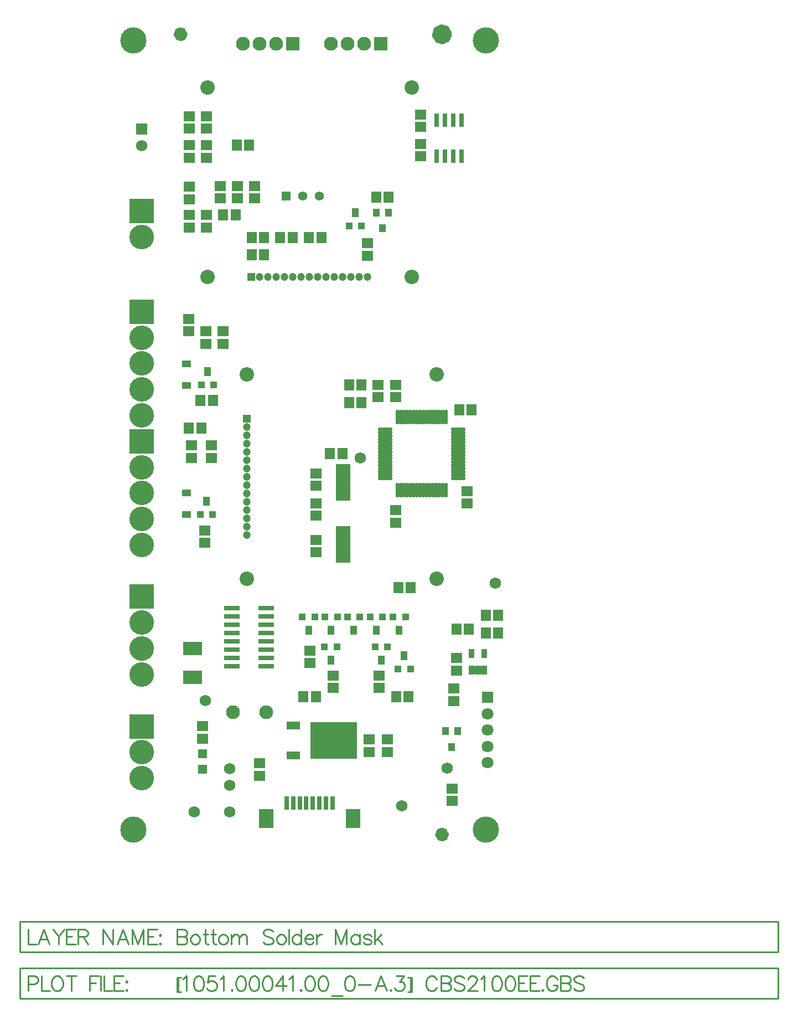
<source format=gbs>
G04 Layer_Color=16711935*
%FSLAX24Y24*%
%MOIN*%
G70*
G01*
G75*
%ADD10C,0.0100*%
%ADD53R,0.1480X0.1480*%
%ADD54C,0.1480*%
%ADD55R,0.0474X0.0474*%
%ADD56C,0.0474*%
%ADD57C,0.0867*%
%ADD58R,0.0474X0.0474*%
%ADD59C,0.0680*%
%ADD60C,0.0830*%
%ADD61R,0.0830X0.0830*%
%ADD62R,0.0680X0.0680*%
%ADD63R,0.0552X0.0552*%
%ADD64C,0.0552*%
%ADD65C,0.1580*%
%ADD66R,0.0710X0.0710*%
%ADD67C,0.0710*%
%ADD68C,0.0440*%
%ADD69C,0.0800*%
%ADD70R,0.1050X0.0500*%
%ADD71R,0.0560X0.0440*%
%ADD72R,0.0592X0.0671*%
%ADD73R,0.0336X0.0533*%
%ADD74R,0.0671X0.0592*%
%ADD75R,0.0434X0.0454*%
%ADD76R,0.0434X0.0454*%
%ADD77R,0.0440X0.0580*%
%ADD78R,0.0440X0.0440*%
%ADD79R,0.0316X0.0828*%
%ADD80R,0.0907X0.1182*%
%ADD81R,0.0316X0.0808*%
%ADD82R,0.0828X0.0454*%
%ADD83R,0.2797X0.2245*%
%ADD84R,0.0580X0.0580*%
%ADD85R,0.0946X0.0297*%
%ADD86R,0.1143X0.0789*%
%ADD87R,0.0867X0.2245*%
%ADD88O,0.0198X0.0907*%
%ADD89O,0.0907X0.0198*%
D10*
X-4952Y-6455D02*
X40728D01*
X-4952Y-8305D02*
Y-6455D01*
Y-8305D02*
X40728D01*
Y-6455D01*
Y-5505D02*
Y-3655D01*
X-4952Y-5505D02*
X40728D01*
X-4952D02*
Y-3655D01*
X40728D01*
X4528Y-7021D02*
Y-7878D01*
X4570Y-7021D02*
Y-7878D01*
X4528Y-7021D02*
X4742D01*
X4528Y-7878D02*
X4742D01*
X4857Y-7107D02*
X4943Y-7064D01*
X5072Y-6935D01*
Y-7835D01*
X5774Y-6935D02*
X5646Y-6978D01*
X5560Y-7107D01*
X5517Y-7321D01*
Y-7449D01*
X5560Y-7664D01*
X5646Y-7792D01*
X5774Y-7835D01*
X5860D01*
X5989Y-7792D01*
X6074Y-7664D01*
X6117Y-7449D01*
Y-7321D01*
X6074Y-7107D01*
X5989Y-6978D01*
X5860Y-6935D01*
X5774D01*
X6833D02*
X6404D01*
X6361Y-7321D01*
X6404Y-7278D01*
X6533Y-7235D01*
X6661D01*
X6790Y-7278D01*
X6876Y-7364D01*
X6918Y-7492D01*
Y-7578D01*
X6876Y-7706D01*
X6790Y-7792D01*
X6661Y-7835D01*
X6533D01*
X6404Y-7792D01*
X6361Y-7749D01*
X6319Y-7664D01*
X7120Y-7107D02*
X7206Y-7064D01*
X7334Y-6935D01*
Y-7835D01*
X7823Y-7749D02*
X7780Y-7792D01*
X7823Y-7835D01*
X7865Y-7792D01*
X7823Y-7749D01*
X8320Y-6935D02*
X8191Y-6978D01*
X8105Y-7107D01*
X8063Y-7321D01*
Y-7449D01*
X8105Y-7664D01*
X8191Y-7792D01*
X8320Y-7835D01*
X8405D01*
X8534Y-7792D01*
X8620Y-7664D01*
X8662Y-7449D01*
Y-7321D01*
X8620Y-7107D01*
X8534Y-6978D01*
X8405Y-6935D01*
X8320D01*
X9121D02*
X8992Y-6978D01*
X8907Y-7107D01*
X8864Y-7321D01*
Y-7449D01*
X8907Y-7664D01*
X8992Y-7792D01*
X9121Y-7835D01*
X9207D01*
X9335Y-7792D01*
X9421Y-7664D01*
X9464Y-7449D01*
Y-7321D01*
X9421Y-7107D01*
X9335Y-6978D01*
X9207Y-6935D01*
X9121D01*
X9922D02*
X9794Y-6978D01*
X9708Y-7107D01*
X9665Y-7321D01*
Y-7449D01*
X9708Y-7664D01*
X9794Y-7792D01*
X9922Y-7835D01*
X10008D01*
X10136Y-7792D01*
X10222Y-7664D01*
X10265Y-7449D01*
Y-7321D01*
X10222Y-7107D01*
X10136Y-6978D01*
X10008Y-6935D01*
X9922D01*
X10895D02*
X10466Y-7535D01*
X11109D01*
X10895Y-6935D02*
Y-7835D01*
X11268Y-7107D02*
X11353Y-7064D01*
X11482Y-6935D01*
Y-7835D01*
X11970Y-7749D02*
X11927Y-7792D01*
X11970Y-7835D01*
X12013Y-7792D01*
X11970Y-7749D01*
X12467Y-6935D02*
X12339Y-6978D01*
X12253Y-7107D01*
X12210Y-7321D01*
Y-7449D01*
X12253Y-7664D01*
X12339Y-7792D01*
X12467Y-7835D01*
X12553D01*
X12682Y-7792D01*
X12767Y-7664D01*
X12810Y-7449D01*
Y-7321D01*
X12767Y-7107D01*
X12682Y-6978D01*
X12553Y-6935D01*
X12467D01*
X13269D02*
X13140Y-6978D01*
X13054Y-7107D01*
X13011Y-7321D01*
Y-7449D01*
X13054Y-7664D01*
X13140Y-7792D01*
X13269Y-7835D01*
X13354D01*
X13483Y-7792D01*
X13568Y-7664D01*
X13611Y-7449D01*
Y-7321D01*
X13568Y-7107D01*
X13483Y-6978D01*
X13354Y-6935D01*
X13269D01*
X13813Y-8135D02*
X14498D01*
X14871Y-6935D02*
X14743Y-6978D01*
X14657Y-7107D01*
X14614Y-7321D01*
Y-7449D01*
X14657Y-7664D01*
X14743Y-7792D01*
X14871Y-7835D01*
X14957D01*
X15085Y-7792D01*
X15171Y-7664D01*
X15214Y-7449D01*
Y-7321D01*
X15171Y-7107D01*
X15085Y-6978D01*
X14957Y-6935D01*
X14871D01*
X15415Y-7449D02*
X16186D01*
X17138Y-7835D02*
X16795Y-6935D01*
X16452Y-7835D01*
X16581Y-7535D02*
X17009D01*
X17391Y-7749D02*
X17348Y-7792D01*
X17391Y-7835D01*
X17433Y-7792D01*
X17391Y-7749D01*
X17716Y-6935D02*
X18187D01*
X17930Y-7278D01*
X18059D01*
X18145Y-7321D01*
X18187Y-7364D01*
X18230Y-7492D01*
Y-7578D01*
X18187Y-7706D01*
X18102Y-7792D01*
X17973Y-7835D01*
X17845D01*
X17716Y-7792D01*
X17673Y-7749D01*
X17630Y-7664D01*
X18603Y-7021D02*
Y-7878D01*
X18646Y-7021D02*
Y-7878D01*
X18432Y-7021D02*
X18646D01*
X18432Y-7878D02*
X18646D01*
X20159Y-7149D02*
X20116Y-7064D01*
X20030Y-6978D01*
X19944Y-6935D01*
X19773D01*
X19687Y-6978D01*
X19601Y-7064D01*
X19559Y-7149D01*
X19516Y-7278D01*
Y-7492D01*
X19559Y-7621D01*
X19601Y-7706D01*
X19687Y-7792D01*
X19773Y-7835D01*
X19944D01*
X20030Y-7792D01*
X20116Y-7706D01*
X20159Y-7621D01*
X20411Y-6935D02*
Y-7835D01*
Y-6935D02*
X20797D01*
X20925Y-6978D01*
X20968Y-7021D01*
X21011Y-7107D01*
Y-7192D01*
X20968Y-7278D01*
X20925Y-7321D01*
X20797Y-7364D01*
X20411D02*
X20797D01*
X20925Y-7407D01*
X20968Y-7449D01*
X21011Y-7535D01*
Y-7664D01*
X20968Y-7749D01*
X20925Y-7792D01*
X20797Y-7835D01*
X20411D01*
X21812Y-7064D02*
X21727Y-6978D01*
X21598Y-6935D01*
X21427D01*
X21298Y-6978D01*
X21213Y-7064D01*
Y-7149D01*
X21255Y-7235D01*
X21298Y-7278D01*
X21384Y-7321D01*
X21641Y-7407D01*
X21727Y-7449D01*
X21770Y-7492D01*
X21812Y-7578D01*
Y-7706D01*
X21727Y-7792D01*
X21598Y-7835D01*
X21427D01*
X21298Y-7792D01*
X21213Y-7706D01*
X22057Y-7149D02*
Y-7107D01*
X22100Y-7021D01*
X22142Y-6978D01*
X22228Y-6935D01*
X22399D01*
X22485Y-6978D01*
X22528Y-7021D01*
X22571Y-7107D01*
Y-7192D01*
X22528Y-7278D01*
X22442Y-7407D01*
X22014Y-7835D01*
X22614D01*
X22815Y-7107D02*
X22901Y-7064D01*
X23029Y-6935D01*
Y-7835D01*
X23732Y-6935D02*
X23603Y-6978D01*
X23518Y-7107D01*
X23475Y-7321D01*
Y-7449D01*
X23518Y-7664D01*
X23603Y-7792D01*
X23732Y-7835D01*
X23818D01*
X23946Y-7792D01*
X24032Y-7664D01*
X24075Y-7449D01*
Y-7321D01*
X24032Y-7107D01*
X23946Y-6978D01*
X23818Y-6935D01*
X23732D01*
X24533D02*
X24405Y-6978D01*
X24319Y-7107D01*
X24276Y-7321D01*
Y-7449D01*
X24319Y-7664D01*
X24405Y-7792D01*
X24533Y-7835D01*
X24619D01*
X24748Y-7792D01*
X24833Y-7664D01*
X24876Y-7449D01*
Y-7321D01*
X24833Y-7107D01*
X24748Y-6978D01*
X24619Y-6935D01*
X24533D01*
X25634D02*
X25077D01*
Y-7835D01*
X25634D01*
X25077Y-7364D02*
X25420D01*
X26341Y-6935D02*
X25784D01*
Y-7835D01*
X26341D01*
X25784Y-7364D02*
X26127D01*
X26534Y-7749D02*
X26491Y-7792D01*
X26534Y-7835D01*
X26577Y-7792D01*
X26534Y-7749D01*
X27417Y-7149D02*
X27374Y-7064D01*
X27288Y-6978D01*
X27203Y-6935D01*
X27031D01*
X26946Y-6978D01*
X26860Y-7064D01*
X26817Y-7149D01*
X26774Y-7278D01*
Y-7492D01*
X26817Y-7621D01*
X26860Y-7706D01*
X26946Y-7792D01*
X27031Y-7835D01*
X27203D01*
X27288Y-7792D01*
X27374Y-7706D01*
X27417Y-7621D01*
Y-7492D01*
X27203D02*
X27417D01*
X27623Y-6935D02*
Y-7835D01*
Y-6935D02*
X28008D01*
X28137Y-6978D01*
X28180Y-7021D01*
X28222Y-7107D01*
Y-7192D01*
X28180Y-7278D01*
X28137Y-7321D01*
X28008Y-7364D01*
X27623D02*
X28008D01*
X28137Y-7407D01*
X28180Y-7449D01*
X28222Y-7535D01*
Y-7664D01*
X28180Y-7749D01*
X28137Y-7792D01*
X28008Y-7835D01*
X27623D01*
X29024Y-7064D02*
X28938Y-6978D01*
X28809Y-6935D01*
X28638D01*
X28510Y-6978D01*
X28424Y-7064D01*
Y-7149D01*
X28467Y-7235D01*
X28510Y-7278D01*
X28595Y-7321D01*
X28852Y-7407D01*
X28938Y-7449D01*
X28981Y-7492D01*
X29024Y-7578D01*
Y-7706D01*
X28938Y-7792D01*
X28809Y-7835D01*
X28638D01*
X28510Y-7792D01*
X28424Y-7706D01*
X-4462Y-7407D02*
X-4077D01*
X-3948Y-7364D01*
X-3905Y-7321D01*
X-3863Y-7235D01*
Y-7107D01*
X-3905Y-7021D01*
X-3948Y-6978D01*
X-4077Y-6935D01*
X-4462D01*
Y-7835D01*
X-3661Y-6935D02*
Y-7835D01*
X-3147D01*
X-2791Y-6935D02*
X-2877Y-6978D01*
X-2963Y-7064D01*
X-3006Y-7149D01*
X-3048Y-7278D01*
Y-7492D01*
X-3006Y-7621D01*
X-2963Y-7706D01*
X-2877Y-7792D01*
X-2791Y-7835D01*
X-2620D01*
X-2534Y-7792D01*
X-2449Y-7706D01*
X-2406Y-7621D01*
X-2363Y-7492D01*
Y-7278D01*
X-2406Y-7149D01*
X-2449Y-7064D01*
X-2534Y-6978D01*
X-2620Y-6935D01*
X-2791D01*
X-1853D02*
Y-7835D01*
X-2153Y-6935D02*
X-1553D01*
X-739D02*
Y-7835D01*
Y-6935D02*
X-182D01*
X-739Y-7364D02*
X-396D01*
X-79Y-6935D02*
Y-7835D01*
X109Y-6935D02*
Y-7835D01*
X624D01*
X1279Y-6935D02*
X722D01*
Y-7835D01*
X1279D01*
X722Y-7364D02*
X1065D01*
X1472Y-7235D02*
X1429Y-7278D01*
X1472Y-7321D01*
X1515Y-7278D01*
X1472Y-7235D01*
Y-7749D02*
X1429Y-7792D01*
X1472Y-7835D01*
X1515Y-7792D01*
X1472Y-7749D01*
X-4462Y-4135D02*
Y-5035D01*
X-3948D01*
X-3164D02*
X-3507Y-4135D01*
X-3850Y-5035D01*
X-3721Y-4735D02*
X-3293D01*
X-2954Y-4135D02*
X-2611Y-4564D01*
Y-5035D01*
X-2269Y-4135D02*
X-2611Y-4564D01*
X-1596Y-4135D02*
X-2153D01*
Y-5035D01*
X-1596D01*
X-2153Y-4564D02*
X-1810D01*
X-1446Y-4135D02*
Y-5035D01*
Y-4135D02*
X-1060D01*
X-932Y-4178D01*
X-889Y-4221D01*
X-846Y-4307D01*
Y-4392D01*
X-889Y-4478D01*
X-932Y-4521D01*
X-1060Y-4564D01*
X-1446D01*
X-1146D02*
X-846Y-5035D01*
X62Y-4135D02*
Y-5035D01*
Y-4135D02*
X662Y-5035D01*
Y-4135D02*
Y-5035D01*
X1596D02*
X1253Y-4135D01*
X911Y-5035D01*
X1039Y-4735D02*
X1468D01*
X1806Y-4135D02*
Y-5035D01*
Y-4135D02*
X2149Y-5035D01*
X2492Y-4135D02*
X2149Y-5035D01*
X2492Y-4135D02*
Y-5035D01*
X3306Y-4135D02*
X2749D01*
Y-5035D01*
X3306D01*
X2749Y-4564D02*
X3092D01*
X3499Y-4435D02*
X3456Y-4478D01*
X3499Y-4521D01*
X3542Y-4478D01*
X3499Y-4435D01*
Y-4949D02*
X3456Y-4992D01*
X3499Y-5035D01*
X3542Y-4992D01*
X3499Y-4949D01*
X4528Y-4135D02*
Y-5035D01*
Y-4135D02*
X4913D01*
X5042Y-4178D01*
X5085Y-4221D01*
X5127Y-4307D01*
Y-4392D01*
X5085Y-4478D01*
X5042Y-4521D01*
X4913Y-4564D01*
X4528D02*
X4913D01*
X5042Y-4607D01*
X5085Y-4649D01*
X5127Y-4735D01*
Y-4864D01*
X5085Y-4949D01*
X5042Y-4992D01*
X4913Y-5035D01*
X4528D01*
X5543Y-4435D02*
X5457Y-4478D01*
X5372Y-4564D01*
X5329Y-4692D01*
Y-4778D01*
X5372Y-4906D01*
X5457Y-4992D01*
X5543Y-5035D01*
X5672D01*
X5757Y-4992D01*
X5843Y-4906D01*
X5886Y-4778D01*
Y-4692D01*
X5843Y-4564D01*
X5757Y-4478D01*
X5672Y-4435D01*
X5543D01*
X6211Y-4135D02*
Y-4864D01*
X6254Y-4992D01*
X6340Y-5035D01*
X6426D01*
X6083Y-4435D02*
X6383D01*
X6683Y-4135D02*
Y-4864D01*
X6726Y-4992D01*
X6811Y-5035D01*
X6897D01*
X6554Y-4435D02*
X6854D01*
X7240D02*
X7154Y-4478D01*
X7068Y-4564D01*
X7026Y-4692D01*
Y-4778D01*
X7068Y-4906D01*
X7154Y-4992D01*
X7240Y-5035D01*
X7368D01*
X7454Y-4992D01*
X7540Y-4906D01*
X7583Y-4778D01*
Y-4692D01*
X7540Y-4564D01*
X7454Y-4478D01*
X7368Y-4435D01*
X7240D01*
X7780D02*
Y-5035D01*
Y-4607D02*
X7908Y-4478D01*
X7994Y-4435D01*
X8123D01*
X8208Y-4478D01*
X8251Y-4607D01*
Y-5035D01*
Y-4607D02*
X8380Y-4478D01*
X8465Y-4435D01*
X8594D01*
X8680Y-4478D01*
X8722Y-4607D01*
Y-5035D01*
X10312Y-4264D02*
X10226Y-4178D01*
X10098Y-4135D01*
X9926D01*
X9798Y-4178D01*
X9712Y-4264D01*
Y-4349D01*
X9755Y-4435D01*
X9798Y-4478D01*
X9884Y-4521D01*
X10141Y-4607D01*
X10226Y-4649D01*
X10269Y-4692D01*
X10312Y-4778D01*
Y-4906D01*
X10226Y-4992D01*
X10098Y-5035D01*
X9926D01*
X9798Y-4992D01*
X9712Y-4906D01*
X10728Y-4435D02*
X10642Y-4478D01*
X10556Y-4564D01*
X10513Y-4692D01*
Y-4778D01*
X10556Y-4906D01*
X10642Y-4992D01*
X10728Y-5035D01*
X10856D01*
X10942Y-4992D01*
X11028Y-4906D01*
X11070Y-4778D01*
Y-4692D01*
X11028Y-4564D01*
X10942Y-4478D01*
X10856Y-4435D01*
X10728D01*
X11268Y-4135D02*
Y-5035D01*
X11970Y-4135D02*
Y-5035D01*
Y-4564D02*
X11885Y-4478D01*
X11799Y-4435D01*
X11670D01*
X11585Y-4478D01*
X11499Y-4564D01*
X11456Y-4692D01*
Y-4778D01*
X11499Y-4906D01*
X11585Y-4992D01*
X11670Y-5035D01*
X11799D01*
X11885Y-4992D01*
X11970Y-4906D01*
X12210Y-4692D02*
X12724D01*
Y-4607D01*
X12682Y-4521D01*
X12639Y-4478D01*
X12553Y-4435D01*
X12424D01*
X12339Y-4478D01*
X12253Y-4564D01*
X12210Y-4692D01*
Y-4778D01*
X12253Y-4906D01*
X12339Y-4992D01*
X12424Y-5035D01*
X12553D01*
X12639Y-4992D01*
X12724Y-4906D01*
X12917Y-4435D02*
Y-5035D01*
Y-4692D02*
X12960Y-4564D01*
X13046Y-4478D01*
X13131Y-4435D01*
X13260D01*
X14048Y-4135D02*
Y-5035D01*
Y-4135D02*
X14391Y-5035D01*
X14734Y-4135D02*
X14391Y-5035D01*
X14734Y-4135D02*
Y-5035D01*
X15505Y-4435D02*
Y-5035D01*
Y-4564D02*
X15420Y-4478D01*
X15334Y-4435D01*
X15205D01*
X15120Y-4478D01*
X15034Y-4564D01*
X14991Y-4692D01*
Y-4778D01*
X15034Y-4906D01*
X15120Y-4992D01*
X15205Y-5035D01*
X15334D01*
X15420Y-4992D01*
X15505Y-4906D01*
X16216Y-4564D02*
X16174Y-4478D01*
X16045Y-4435D01*
X15917D01*
X15788Y-4478D01*
X15745Y-4564D01*
X15788Y-4649D01*
X15874Y-4692D01*
X16088Y-4735D01*
X16174Y-4778D01*
X16216Y-4864D01*
Y-4906D01*
X16174Y-4992D01*
X16045Y-5035D01*
X15917D01*
X15788Y-4992D01*
X15745Y-4906D01*
X16405Y-4135D02*
Y-5035D01*
X16833Y-4435D02*
X16405Y-4864D01*
X16576Y-4692D02*
X16876Y-5035D01*
D53*
X2400Y33047D02*
D03*
Y25252D02*
D03*
Y39100D02*
D03*
Y15898D02*
D03*
Y8087D02*
D03*
D54*
Y31488D02*
D03*
Y29929D02*
D03*
Y28370D02*
D03*
Y26811D02*
D03*
Y23693D02*
D03*
Y22134D02*
D03*
Y20575D02*
D03*
Y19016D02*
D03*
Y37541D02*
D03*
Y14339D02*
D03*
Y12780D02*
D03*
Y11220D02*
D03*
Y4969D02*
D03*
Y6528D02*
D03*
D55*
X8734Y26622D02*
D03*
D56*
Y26122D02*
D03*
Y25622D02*
D03*
Y25122D02*
D03*
Y24622D02*
D03*
Y24122D02*
D03*
Y23622D02*
D03*
Y23122D02*
D03*
Y22622D02*
D03*
Y22122D02*
D03*
Y21622D02*
D03*
Y21122D02*
D03*
Y20622D02*
D03*
Y20122D02*
D03*
Y19622D02*
D03*
X9500Y35135D02*
D03*
X10000D02*
D03*
X10500D02*
D03*
X11000D02*
D03*
X11500D02*
D03*
X12000D02*
D03*
X12500D02*
D03*
X13000D02*
D03*
X13500D02*
D03*
X14000D02*
D03*
X14500D02*
D03*
X15000D02*
D03*
X15500D02*
D03*
X16000D02*
D03*
D57*
X20147Y29263D02*
D03*
X8730D02*
D03*
X20147Y16980D02*
D03*
X8730D02*
D03*
X6358Y46549D02*
D03*
Y35131D02*
D03*
X18642Y46549D02*
D03*
Y35131D02*
D03*
D58*
X9000Y35135D02*
D03*
D59*
X23688Y16699D02*
D03*
X20788Y5569D02*
D03*
X15538Y24239D02*
D03*
X6228Y9659D02*
D03*
X7670Y4560D02*
D03*
Y5560D02*
D03*
X2400Y43051D02*
D03*
X5561Y2958D02*
D03*
X7671D02*
D03*
X18041Y3318D02*
D03*
D60*
X7900Y8930D02*
D03*
X9900D02*
D03*
X15790Y49180D02*
D03*
X14790D02*
D03*
X13790D02*
D03*
X10500D02*
D03*
X9500D02*
D03*
X8500D02*
D03*
D61*
X16790D02*
D03*
X11500D02*
D03*
D62*
X2400Y44051D02*
D03*
D63*
X11080Y40010D02*
D03*
D64*
X12080D02*
D03*
X13080D02*
D03*
D65*
X23120Y49370D02*
D03*
Y1880D02*
D03*
X1880D02*
D03*
Y49370D02*
D03*
D66*
X23228Y9843D02*
D03*
D67*
Y8858D02*
D03*
Y7874D02*
D03*
Y6890D02*
D03*
Y5906D02*
D03*
D68*
X4928Y49748D02*
G03*
X4928Y49748I-200J0D01*
G01*
X20676Y1579D02*
G03*
X20676Y1579I-200J0D01*
G01*
D69*
X20672Y49744D02*
G03*
X20672Y49744I-200J0D01*
G01*
D70*
X22665Y11470D02*
D03*
D71*
X5100Y20855D02*
D03*
Y22145D02*
D03*
Y28605D02*
D03*
Y29895D02*
D03*
D72*
X23854Y14780D02*
D03*
X23106D02*
D03*
X21346Y13930D02*
D03*
X22094D02*
D03*
X23854Y13700D02*
D03*
X23106D02*
D03*
X12884Y9880D02*
D03*
X12136D02*
D03*
X17716D02*
D03*
X18464D02*
D03*
X5226Y26050D02*
D03*
X5974D02*
D03*
X8106Y43080D02*
D03*
X8854D02*
D03*
X16506Y39940D02*
D03*
X17254D02*
D03*
X13204Y37500D02*
D03*
X12456D02*
D03*
X10736D02*
D03*
X11484D02*
D03*
X9006Y37510D02*
D03*
X9754D02*
D03*
X9006Y36470D02*
D03*
X9754D02*
D03*
X8044Y38870D02*
D03*
X7296D02*
D03*
X13736Y24510D02*
D03*
X14484D02*
D03*
X14876Y27580D02*
D03*
X15624D02*
D03*
X14876Y28650D02*
D03*
X15624D02*
D03*
X18594Y16460D02*
D03*
X17846D02*
D03*
X22254Y27160D02*
D03*
X21506D02*
D03*
X6674Y27700D02*
D03*
X5926D02*
D03*
D73*
X23014Y12472D02*
D03*
X22266D02*
D03*
Y11468D02*
D03*
X22640D02*
D03*
X23014D02*
D03*
D74*
X21350Y11446D02*
D03*
Y12194D02*
D03*
X21170Y10364D02*
D03*
Y9616D02*
D03*
X21090Y3596D02*
D03*
Y4344D02*
D03*
X12520Y11896D02*
D03*
Y12644D02*
D03*
X13920Y11144D02*
D03*
Y10396D02*
D03*
X16680Y11144D02*
D03*
Y10396D02*
D03*
X19180Y44914D02*
D03*
Y44166D02*
D03*
X19170Y43150D02*
D03*
Y42402D02*
D03*
X16090Y7294D02*
D03*
Y6546D02*
D03*
X17180Y7294D02*
D03*
Y6546D02*
D03*
X9480Y5864D02*
D03*
Y5116D02*
D03*
X6580Y25004D02*
D03*
Y24256D02*
D03*
X5380D02*
D03*
Y25004D02*
D03*
X5220Y32614D02*
D03*
Y31866D02*
D03*
X6260Y31116D02*
D03*
Y31864D02*
D03*
X7300D02*
D03*
Y31116D02*
D03*
X8160Y40614D02*
D03*
Y39866D02*
D03*
X9200Y40614D02*
D03*
Y39866D02*
D03*
X6300Y38116D02*
D03*
Y38864D02*
D03*
X16000Y36416D02*
D03*
Y37164D02*
D03*
X5240Y44814D02*
D03*
Y44066D02*
D03*
X6280Y44066D02*
D03*
Y44814D02*
D03*
Y43074D02*
D03*
Y42326D02*
D03*
X5240D02*
D03*
Y43074D02*
D03*
X5250Y38864D02*
D03*
Y38116D02*
D03*
X7120Y39866D02*
D03*
Y40614D02*
D03*
X5250Y40574D02*
D03*
Y39826D02*
D03*
X6040Y8094D02*
D03*
Y7346D02*
D03*
X12879Y18565D02*
D03*
Y19313D02*
D03*
Y21523D02*
D03*
Y20775D02*
D03*
X17670Y28644D02*
D03*
Y27896D02*
D03*
X22000Y21506D02*
D03*
Y22254D02*
D03*
X17700Y20356D02*
D03*
Y21104D02*
D03*
X12879Y22575D02*
D03*
Y23323D02*
D03*
X16620Y28644D02*
D03*
Y27896D02*
D03*
X6190Y19884D02*
D03*
Y19136D02*
D03*
D75*
X20686Y7822D02*
D03*
X21060Y6838D02*
D03*
D76*
X21434Y7822D02*
D03*
X16506Y39003D02*
D03*
X17254D02*
D03*
X16880Y38077D02*
D03*
D77*
X16830Y12081D02*
D03*
X13780D02*
D03*
X15240Y39009D02*
D03*
X18190Y12359D02*
D03*
X12440Y13881D02*
D03*
X13800D02*
D03*
X15160D02*
D03*
X16530D02*
D03*
X17900D02*
D03*
X6350Y29449D02*
D03*
X6280Y21649D02*
D03*
D78*
X16450Y12881D02*
D03*
X17200D02*
D03*
X13400D02*
D03*
X14150D02*
D03*
X14870Y38209D02*
D03*
X15620D02*
D03*
X18570Y11559D02*
D03*
X17820D02*
D03*
X12060Y14681D02*
D03*
X12810D02*
D03*
X13420D02*
D03*
X14170D02*
D03*
X14780D02*
D03*
X15530D02*
D03*
X16150D02*
D03*
X16900D02*
D03*
X17520D02*
D03*
X18270D02*
D03*
X5980Y28649D02*
D03*
X6730D02*
D03*
X5910Y20849D02*
D03*
X6660D02*
D03*
D79*
X11909Y3463D02*
D03*
X12303D02*
D03*
X12697D02*
D03*
X13484D02*
D03*
X11122D02*
D03*
X13878D02*
D03*
X11516D02*
D03*
X13091D02*
D03*
D80*
X15118Y2537D02*
D03*
X9882D02*
D03*
D81*
X21650Y42403D02*
D03*
X21150D02*
D03*
X20650D02*
D03*
X20150D02*
D03*
X21650Y44588D02*
D03*
X21150D02*
D03*
X20650D02*
D03*
X20150Y44588D02*
D03*
D82*
X11527Y6332D02*
D03*
Y8128D02*
D03*
D83*
X13968Y7230D02*
D03*
D84*
X6040Y6440D02*
D03*
Y5500D02*
D03*
D85*
X7826Y11700D02*
D03*
Y12200D02*
D03*
Y12700D02*
D03*
Y13200D02*
D03*
Y13700D02*
D03*
Y14200D02*
D03*
Y14700D02*
D03*
Y15200D02*
D03*
X9874Y11700D02*
D03*
Y12200D02*
D03*
Y12700D02*
D03*
Y13200D02*
D03*
Y13700D02*
D03*
Y14200D02*
D03*
Y14700D02*
D03*
Y15200D02*
D03*
D86*
X5450Y11056D02*
D03*
Y12788D02*
D03*
D87*
X14509Y22779D02*
D03*
Y19039D02*
D03*
D88*
X17774Y22295D02*
D03*
X17970D02*
D03*
X18167D02*
D03*
X18364D02*
D03*
X18561D02*
D03*
X18758D02*
D03*
X18955D02*
D03*
X19152D02*
D03*
X19348D02*
D03*
X19545D02*
D03*
X19742D02*
D03*
X19939D02*
D03*
X20136D02*
D03*
X20333D02*
D03*
X20530D02*
D03*
X20726D02*
D03*
Y26705D02*
D03*
X20530D02*
D03*
X20333D02*
D03*
X20136D02*
D03*
X19939D02*
D03*
X19742D02*
D03*
X19545D02*
D03*
X19348D02*
D03*
X19152D02*
D03*
X18955D02*
D03*
X18758D02*
D03*
X18561D02*
D03*
X18364D02*
D03*
X18167D02*
D03*
X17970D02*
D03*
X17774D02*
D03*
D89*
X21455Y23024D02*
D03*
Y23220D02*
D03*
Y23417D02*
D03*
Y23614D02*
D03*
Y23811D02*
D03*
Y24008D02*
D03*
Y24205D02*
D03*
Y24402D02*
D03*
Y24598D02*
D03*
Y24795D02*
D03*
Y24992D02*
D03*
Y25189D02*
D03*
Y25386D02*
D03*
Y25583D02*
D03*
Y25780D02*
D03*
Y25976D02*
D03*
X17045D02*
D03*
Y25780D02*
D03*
Y25583D02*
D03*
Y25386D02*
D03*
Y25189D02*
D03*
Y24992D02*
D03*
Y24795D02*
D03*
Y24598D02*
D03*
Y24402D02*
D03*
Y24205D02*
D03*
Y24008D02*
D03*
Y23811D02*
D03*
Y23614D02*
D03*
Y23417D02*
D03*
Y23220D02*
D03*
Y23024D02*
D03*
M02*

</source>
